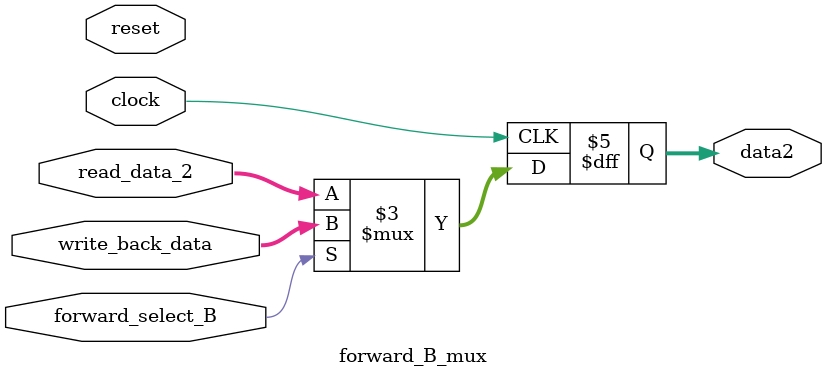
<source format=sv>
module forward_B_mux (
    input logic [31:0] write_back_data,read_data_2,
    input logic clock,reset,forward_select_B,
    output logic [31:0]data2 
);
always_ff @( posedge clock ) begin : forward_B_mux
 if (forward_select_B) begin
    data2<=write_back_data;
    
 end
 else begin
    data2 <= read_data_2;
 end
    
end
    
endmodule
</source>
